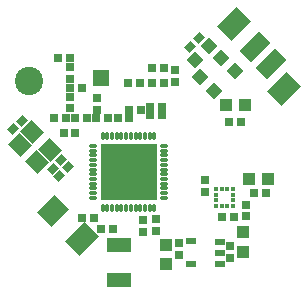
<source format=gts>
G04 Layer_Color=8388736*
%FSLAX25Y25*%
%MOIN*%
G70*
G01*
G75*
%ADD72C,0.09449*%
%ADD73P,0.05860X4X360.0*%
%ADD74R,0.02962X0.02569*%
%ADD75R,0.04143X0.04143*%
%ADD76R,0.08080X0.04537*%
%ADD77R,0.01683X0.01584*%
%ADD78R,0.01584X0.01683*%
%ADD79C,0.05324*%
%ADD80R,0.02569X0.02962*%
%ADD81R,0.03159X0.02569*%
G04:AMPARAMS|DCode=82|XSize=25.69mil|YSize=29.62mil|CornerRadius=0mil|HoleSize=0mil|Usage=FLASHONLY|Rotation=315.000|XOffset=0mil|YOffset=0mil|HoleType=Round|Shape=Rectangle|*
%AMROTATEDRECTD82*
4,1,4,-0.01955,-0.00139,0.00139,0.01955,0.01955,0.00139,-0.00139,-0.01955,-0.01955,-0.00139,0.0*
%
%ADD82ROTATEDRECTD82*%

G04:AMPARAMS|DCode=83|XSize=61.12mil|YSize=53.24mil|CornerRadius=0mil|HoleSize=0mil|Usage=FLASHONLY|Rotation=315.000|XOffset=0mil|YOffset=0mil|HoleType=Round|Shape=Rectangle|*
%AMROTATEDRECTD83*
4,1,4,-0.04043,0.00278,-0.00278,0.04043,0.04043,-0.00278,0.00278,-0.04043,-0.04043,0.00278,0.0*
%
%ADD83ROTATEDRECTD83*%

%ADD84R,0.04143X0.04143*%
G04:AMPARAMS|DCode=85|XSize=92.61mil|YSize=53.24mil|CornerRadius=0mil|HoleSize=0mil|Usage=FLASHONLY|Rotation=45.000|XOffset=0mil|YOffset=0mil|HoleType=Round|Shape=Rectangle|*
%AMROTATEDRECTD85*
4,1,4,-0.01392,-0.05157,-0.05157,-0.01392,0.01392,0.05157,0.05157,0.01392,-0.01392,-0.05157,0.0*
%
%ADD85ROTATEDRECTD85*%

G04:AMPARAMS|DCode=86|XSize=84.74mil|YSize=68.99mil|CornerRadius=0mil|HoleSize=0mil|Usage=FLASHONLY|Rotation=45.000|XOffset=0mil|YOffset=0mil|HoleType=Round|Shape=Rectangle|*
%AMROTATEDRECTD86*
4,1,4,-0.00557,-0.05435,-0.05435,-0.00557,0.00557,0.05435,0.05435,0.00557,-0.00557,-0.05435,0.0*
%
%ADD86ROTATEDRECTD86*%

G04:AMPARAMS|DCode=87|XSize=92.61mil|YSize=68.99mil|CornerRadius=0mil|HoleSize=0mil|Usage=FLASHONLY|Rotation=45.000|XOffset=0mil|YOffset=0mil|HoleType=Round|Shape=Rectangle|*
%AMROTATEDRECTD87*
4,1,4,-0.00835,-0.05714,-0.05714,-0.00835,0.00835,0.05714,0.05714,0.00835,-0.00835,-0.05714,0.0*
%
%ADD87ROTATEDRECTD87*%

%ADD88O,0.01387X0.03159*%
%ADD89O,0.03159X0.01387*%
%ADD90R,0.19104X0.19104*%
%ADD91R,0.03356X0.02175*%
%ADD92R,0.05324X0.05324*%
%ADD93P,0.05860X4X270.0*%
%ADD94C,0.03198*%
D72*
X12519Y73796D02*
D03*
D73*
X76402Y81598D02*
D03*
X80998Y77002D02*
D03*
X69402Y75098D02*
D03*
X73998Y70502D02*
D03*
D74*
X87432Y36300D02*
D03*
X91369D02*
D03*
X40455Y24287D02*
D03*
X36518D02*
D03*
X80871Y28518D02*
D03*
X76934D02*
D03*
X53474Y73257D02*
D03*
X57411D02*
D03*
X49311Y73157D02*
D03*
X45374D02*
D03*
X22044Y81382D02*
D03*
X25981D02*
D03*
X30081Y71482D02*
D03*
X26144D02*
D03*
X24643Y61444D02*
D03*
X20706D02*
D03*
X38843D02*
D03*
X34906D02*
D03*
X30274Y27957D02*
D03*
X34211D02*
D03*
X23944Y56282D02*
D03*
X27881D02*
D03*
X56811Y62457D02*
D03*
X52874D02*
D03*
X52906Y65244D02*
D03*
X56843D02*
D03*
X79232Y60100D02*
D03*
X83169D02*
D03*
X57410Y78200D02*
D03*
X53473D02*
D03*
D75*
X92250Y41000D02*
D03*
X85750D02*
D03*
X84550Y65800D02*
D03*
X78050D02*
D03*
D76*
X42287Y7381D02*
D03*
X42287Y19192D02*
D03*
D77*
X74649Y33949D02*
D03*
Y35917D02*
D03*
X80555Y35917D02*
D03*
X80555Y33949D02*
D03*
D78*
X74650Y37886D02*
D03*
X76618D02*
D03*
X78587Y37886D02*
D03*
X80555Y37886D02*
D03*
X80555Y31980D02*
D03*
X78587Y31980D02*
D03*
X76618Y31980D02*
D03*
X74650D02*
D03*
D79*
X12519Y73796D02*
D03*
D80*
X61187Y77424D02*
D03*
Y73487D02*
D03*
X26112Y74514D02*
D03*
Y78451D02*
D03*
Y64614D02*
D03*
Y68551D02*
D03*
X35019Y64027D02*
D03*
Y67964D02*
D03*
X54887Y23833D02*
D03*
Y27770D02*
D03*
X71102Y36850D02*
D03*
X71102Y40787D02*
D03*
X84787Y32581D02*
D03*
Y28644D02*
D03*
X79400Y14831D02*
D03*
Y18768D02*
D03*
X62500Y15732D02*
D03*
X62500Y19669D02*
D03*
X50587Y27455D02*
D03*
Y23518D02*
D03*
D81*
X31644Y61444D02*
D03*
X27904D02*
D03*
X49644Y64244D02*
D03*
X45904D02*
D03*
X45844Y61444D02*
D03*
X42104D02*
D03*
D82*
X20282Y44581D02*
D03*
X23066Y47365D02*
D03*
X25366Y44965D02*
D03*
X22582Y42181D02*
D03*
X9966Y60565D02*
D03*
X7182Y57781D02*
D03*
X66177Y85253D02*
D03*
X68961Y88037D02*
D03*
D83*
X9412Y52582D02*
D03*
X15258Y46736D02*
D03*
X19434Y50912D02*
D03*
X13588Y56758D02*
D03*
D84*
X83700Y16850D02*
D03*
Y23350D02*
D03*
X58200Y12750D02*
D03*
X58200Y19250D02*
D03*
D85*
X93200Y79433D02*
D03*
X87700Y85200D02*
D03*
D86*
X20519Y30296D02*
D03*
D87*
X30119Y20996D02*
D03*
X97419Y70996D02*
D03*
X80819Y92696D02*
D03*
D88*
X36952Y31575D02*
D03*
X38527D02*
D03*
X40102D02*
D03*
X41676D02*
D03*
X43251D02*
D03*
X44826D02*
D03*
X46401D02*
D03*
X47976D02*
D03*
X49550D02*
D03*
X51125D02*
D03*
X52700D02*
D03*
X54275D02*
D03*
Y55394D02*
D03*
X52700D02*
D03*
X51125D02*
D03*
X49550D02*
D03*
X47976D02*
D03*
X46401D02*
D03*
X44826D02*
D03*
X43251D02*
D03*
X41676D02*
D03*
X40102D02*
D03*
X38527D02*
D03*
X36952D02*
D03*
D89*
X57523Y34823D02*
D03*
Y36397D02*
D03*
Y37972D02*
D03*
Y39547D02*
D03*
Y41122D02*
D03*
Y42697D02*
D03*
Y44271D02*
D03*
Y45846D02*
D03*
Y47421D02*
D03*
Y48996D02*
D03*
Y50571D02*
D03*
Y52145D02*
D03*
X33704D02*
D03*
Y50571D02*
D03*
Y48996D02*
D03*
Y47421D02*
D03*
Y45846D02*
D03*
Y44271D02*
D03*
Y42697D02*
D03*
Y41122D02*
D03*
Y39547D02*
D03*
Y37972D02*
D03*
Y36397D02*
D03*
Y34823D02*
D03*
D90*
X45613Y43484D02*
D03*
D91*
X75949Y12700D02*
D03*
Y16440D02*
D03*
Y20180D02*
D03*
X66500Y20377D02*
D03*
Y12700D02*
D03*
D92*
X36487Y74787D02*
D03*
D93*
X72467Y85313D02*
D03*
X67870Y80717D02*
D03*
D94*
X38527Y45846D02*
D03*
X43251D02*
D03*
Y50571D02*
D03*
X38527D02*
D03*
X38500Y42700D02*
D03*
X43300D02*
D03*
X47600D02*
D03*
X43400Y39700D02*
D03*
X38600Y39600D02*
D03*
X47700Y39700D02*
D03*
M02*

</source>
